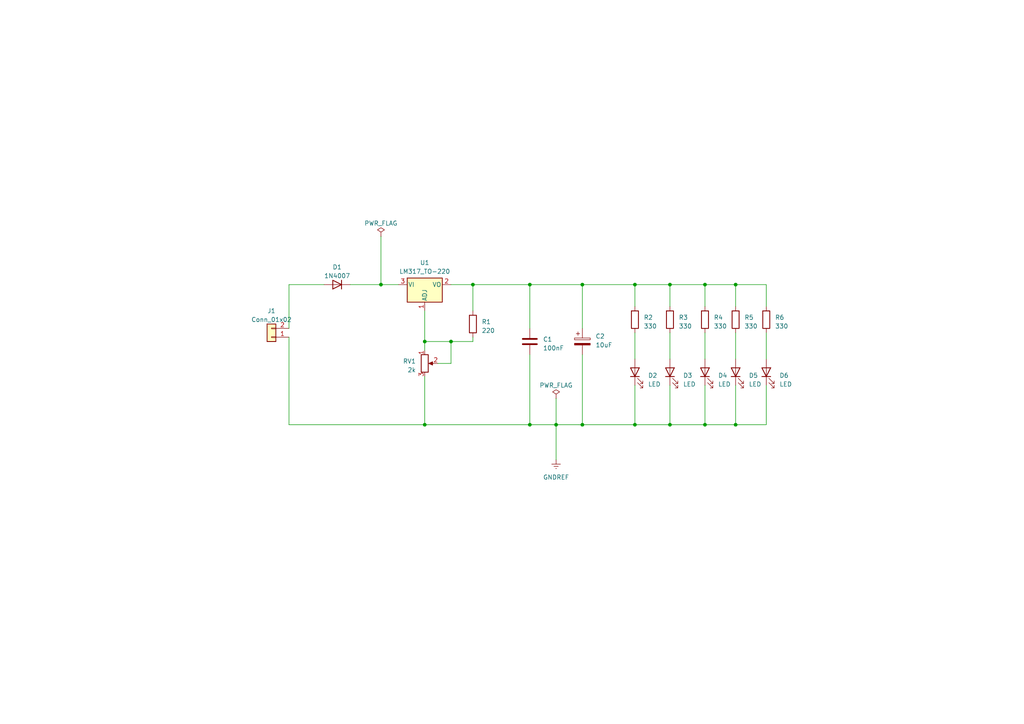
<source format=kicad_sch>
(kicad_sch (version 20230121) (generator eeschema)
  (paper "A4")
  (title_block (title "Projeto Luminária Projetos Eletrônicos") (company "Rodrigo e Juno"))
  (lib_symbols
    (symbol "Connector_Generic:Conn_01x02" (pin_names (offset 1.016) hide)
      (property "Reference" "J" (at 0 2.54 0))
      (property "Value" "Conn_01x02" (at 0 -5.08 0))
      (symbol "Conn_01x02_1_1"
        (rectangle (start -1.27 -2.413) (end 0 -2.667) (stroke (width 0.1524)))
        (rectangle (start -1.27 0.127) (end 0 -0.127) (stroke (width 0.1524)))
        (rectangle (start -1.27 1.27) (end 1.27 -3.81) (stroke (width 0.254)) (fill (type background)))
        (pin passive line (at -5.08 0 0) (length 3.81) (name "Pin_1") (number "1"))
        (pin passive line (at -5.08 -2.54 0) (length 3.81) (name "Pin_2") (number "2"))
      )
    )
    (symbol "Device:C" (pin_numbers hide) (pin_names (offset 0.254))
      (property "Reference" "C" (at 0.635 2.54 0))
      (property "Value" "C" (at 0.635 -2.54 0))
      (symbol "C_0_1"
        (polyline (pts (xy -2.032 -0.762) (xy 2.032 -0.762)) (stroke (width 0.508)))
        (polyline (pts (xy -2.032 0.762) (xy 2.032 0.762)) (stroke (width 0.508)))
      )
      (symbol "C_1_1"
        (pin passive line (at 0 3.81 270) (length 2.794) (name "~") (number "1"))
        (pin passive line (at 0 -3.81 90) (length 2.794) (name "~") (number "2"))
      )
    )
    (symbol "Device:C_Polarized" (pin_numbers hide) (pin_names (offset 0.254))
      (property "Reference" "C" (at 0.635 2.54 0))
      (property "Value" "C_Polarized" (at 0.635 -2.54 0))
      (symbol "C_Polarized_0_1"
        (rectangle (start -2.286 0.508) (end 2.286 1.016))
        (polyline (pts (xy -1.778 2.286) (xy -0.762 2.286)))
        (polyline (pts (xy -1.27 2.794) (xy -1.27 1.778)))
        (rectangle (start 2.286 -0.508) (end -2.286 -1.016) (fill (type outline)))
      )
      (symbol "C_Polarized_1_1"
        (pin passive line (at 0 3.81 270) (length 2.794) (name "~") (number "1"))
        (pin passive line (at 0 -3.81 90) (length 2.794) (name "~") (number "2"))
      )
    )
    (symbol "Device:LED" (pin_numbers hide) (pin_names (offset 1.016) hide)
      (property "Reference" "D" (at 0 2.54 0))
      (property "Value" "LED" (at 0 -2.54 0))
      (symbol "LED_0_1"
        (polyline (pts (xy -1.27 -1.27) (xy -1.27 1.27)) (stroke (width 0.254)))
        (polyline (pts (xy -1.27 0) (xy 1.27 0)))
        (polyline (pts (xy 1.27 -1.27) (xy 1.27 1.27) (xy -1.27 0) (xy 1.27 -1.27)) (stroke (width 0.254)))
        (polyline (pts (xy -3.048 -0.762) (xy -4.572 -2.286) (xy -3.81 -2.286) (xy -4.572 -2.286) (xy -4.572 -1.524)))
        (polyline (pts (xy -1.778 -0.762) (xy -3.302 -2.286) (xy -2.54 -2.286) (xy -3.302 -2.286) (xy -3.302 -1.524)))
      )
      (symbol "LED_1_1"
        (pin passive line (at -3.81 0 0) (length 2.54) (name "K") (number "1"))
        (pin passive line (at 3.81 0 180) (length 2.54) (name "A") (number "2"))
      )
    )
    (symbol "Device:R" (pin_numbers hide) (pin_names (offset 0))
      (property "Reference" "R" (at 2.032 0 90))
      (property "Value" "R" (at 0 0 90))
      (symbol "R_0_1"
        (rectangle (start -1.016 -2.54) (end 1.016 2.54) (stroke (width 0.254)))
      )
      (symbol "R_1_1"
        (pin passive line (at 0 3.81 270) (length 1.27) (name "~") (number "1"))
        (pin passive line (at 0 -3.81 90) (length 1.27) (name "~") (number "2"))
      )
    )
    (symbol "Device:R_Potentiometer" (pin_names (offset 1.016) hide)
      (property "Reference" "RV" (at -4.445 0 90))
      (property "Value" "R_Potentiometer" (at -2.54 0 90))
      (symbol "R_Potentiometer_0_1"
        (polyline (pts (xy 2.54 0) (xy 1.524 0)))
        (polyline (pts (xy 1.143 0) (xy 2.286 0.508) (xy 2.286 -0.508) (xy 1.143 0)) (fill (type outline)))
        (rectangle (start 1.016 2.54) (end -1.016 -2.54) (stroke (width 0.254)))
      )
      (symbol "R_Potentiometer_1_1"
        (pin passive line (at 0 3.81 270) (length 1.27) (name "1") (number "1"))
        (pin passive line (at 3.81 0 180) (length 1.27) (name "2") (number "2"))
        (pin passive line (at 0 -3.81 90) (length 1.27) (name "3") (number "3"))
      )
    )
    (symbol "Diode:1N4007" (pin_numbers hide) (pin_names hide)
      (property "Reference" "D" (at 0 2.54 0))
      (property "Value" "1N4007" (at 0 -2.54 0))
      (symbol "1N4007_0_1"
        (polyline (pts (xy -1.27 1.27) (xy -1.27 -1.27)) (stroke (width 0.254)))
        (polyline (pts (xy 1.27 0) (xy -1.27 0)))
        (polyline (pts (xy 1.27 1.27) (xy 1.27 -1.27) (xy -1.27 0) (xy 1.27 1.27)) (stroke (width 0.254)))
      )
      (symbol "1N4007_1_1"
        (pin passive line (at -3.81 0 0) (length 2.54) (name "K") (number "1"))
        (pin passive line (at 3.81 0 180) (length 2.54) (name "A") (number "2"))
      )
    )
    (symbol "Regulator_Linear:LM317_TO-220" (pin_names (offset 0.254))
      (property "Reference" "U" (at -3.81 3.175 0))
      (property "Value" "LM317_TO-220" (at 0 3.175 0))
      (symbol "LM317_TO-220_0_1"
        (rectangle (start -5.08 1.905) (end 5.08 -5.08) (stroke (width 0.254)) (fill (type background)))
      )
      (symbol "LM317_TO-220_1_1"
        (pin input line (at 0 -7.62 90) (length 2.54) (name "ADJ") (number "1"))
        (pin power_out line (at 7.62 0 180) (length 2.54) (name "VO") (number "2"))
        (pin power_in line (at -7.62 0 0) (length 2.54) (name "VI") (number "3"))
      )
    )
    (symbol "power:GNDREF" (power) (pin_names (offset 0))
      (property "Value" "GNDREF" (at 0 -3.81 0))
      (symbol "GNDREF_0_1"
        (polyline (pts (xy -0.635 -1.905) (xy 0.635 -1.905)))
        (polyline (pts (xy -0.127 -2.54) (xy 0.127 -2.54)))
        (polyline (pts (xy 0 -1.27) (xy 0 0)))
        (polyline (pts (xy 1.27 -1.27) (xy -1.27 -1.27)))
      )
      (symbol "GNDREF_1_1"
        (pin power_in line (at 0 0 270) (length 0) hide (name "GNDREF") (number "1"))
      )
    )
    (symbol "power:PWR_FLAG" (power) (pin_numbers hide) (pin_names (offset 0) hide)
      (property "Value" "PWR_FLAG" (at 0 3.81 0))
      (symbol "PWR_FLAG_0_0"
        (pin power_out line (at 0 0 90) (length 0) (name "pwr") (number "1"))
      )
      (symbol "PWR_FLAG_0_1"
        (polyline (pts (xy 0 0) (xy 0 1.27) (xy -1.016 1.905) (xy 0 2.54) (xy 1.016 1.905) (xy 0 1.27)))
      )
    )
  )
  (junction (at 184.15 123.19))
  (junction (at 161.29 123.19))
  (junction (at 184.15 82.55))
  (junction (at 110.49 82.55))
  (junction (at 213.36 123.19))
  (junction (at 194.31 123.19))
  (junction (at 123.19 123.19))
  (junction (at 123.19 99.06))
  (junction (at 130.81 99.06))
  (junction (at 168.91 82.55))
  (junction (at 153.67 82.55))
  (junction (at 204.47 82.55))
  (junction (at 153.67 123.19))
  (junction (at 168.91 123.19))
  (junction (at 204.47 123.19))
  (junction (at 137.16 82.55))
  (junction (at 194.31 82.55))
  (junction (at 213.36 82.55))
  (wire (pts (xy 184.15 96.52) (xy 184.15 104.14)))
  (wire (pts (xy 194.31 123.19) (xy 184.15 123.19)))
  (wire (pts (xy 168.91 123.19) (xy 161.29 123.19)))
  (wire (pts (xy 153.67 82.55) (xy 153.67 95.25)))
  (wire (pts (xy 194.31 96.52) (xy 194.31 104.14)))
  (wire (pts (xy 222.25 82.55) (xy 222.25 88.9)))
  (wire (pts (xy 127 105.41) (xy 130.81 105.41)))
  (wire (pts (xy 213.36 111.76) (xy 213.36 123.19)))
  (wire (pts (xy 204.47 82.55) (xy 204.47 88.9)))
  (wire (pts (xy 184.15 82.55) (xy 184.15 88.9)))
  (wire (pts (xy 194.31 82.55) (xy 204.47 82.55)))
  (wire (pts (xy 123.19 90.17) (xy 123.19 99.06)))
  (wire (pts (xy 204.47 96.52) (xy 204.47 104.14)))
  (wire (pts (xy 213.36 82.55) (xy 222.25 82.55)))
  (wire (pts (xy 184.15 82.55) (xy 194.31 82.55)))
  (wire (pts (xy 83.82 123.19) (xy 83.82 97.79)))
  (wire (pts (xy 137.16 97.79) (xy 137.16 99.06)))
  (wire (pts (xy 123.19 99.06) (xy 123.19 101.6)))
  (wire (pts (xy 130.81 99.06) (xy 137.16 99.06)))
  (wire (pts (xy 101.6 82.55) (xy 110.49 82.55)))
  (wire (pts (xy 83.82 82.55) (xy 93.98 82.55)))
  (wire (pts (xy 184.15 111.76) (xy 184.15 123.19)))
  (wire (pts (xy 213.36 96.52) (xy 213.36 104.14)))
  (wire (pts (xy 110.49 68.58) (xy 110.49 82.55)))
  (wire (pts (xy 213.36 123.19) (xy 204.47 123.19)))
  (wire (pts (xy 222.25 96.52) (xy 222.25 104.14)))
  (wire (pts (xy 222.25 123.19) (xy 213.36 123.19)))
  (wire (pts (xy 168.91 102.87) (xy 168.91 123.19)))
  (wire (pts (xy 204.47 82.55) (xy 213.36 82.55)))
  (wire (pts (xy 153.67 82.55) (xy 168.91 82.55)))
  (wire (pts (xy 161.29 123.19) (xy 153.67 123.19)))
  (wire (pts (xy 222.25 111.76) (xy 222.25 123.19)))
  (wire (pts (xy 153.67 102.87) (xy 153.67 123.19)))
  (wire (pts (xy 83.82 123.19) (xy 123.19 123.19)))
  (wire (pts (xy 168.91 82.55) (xy 168.91 95.25)))
  (wire (pts (xy 137.16 82.55) (xy 137.16 90.17)))
  (wire (pts (xy 204.47 111.76) (xy 204.47 123.19)))
  (wire (pts (xy 123.19 123.19) (xy 153.67 123.19)))
  (wire (pts (xy 130.81 105.41) (xy 130.81 99.06)))
  (wire (pts (xy 194.31 111.76) (xy 194.31 123.19)))
  (wire (pts (xy 204.47 123.19) (xy 194.31 123.19)))
  (wire (pts (xy 161.29 115.57) (xy 161.29 123.19)))
  (wire (pts (xy 213.36 82.55) (xy 213.36 88.9)))
  (wire (pts (xy 194.31 82.55) (xy 194.31 88.9)))
  (wire (pts (xy 123.19 109.22) (xy 123.19 123.19)))
  (wire (pts (xy 130.81 82.55) (xy 137.16 82.55)))
  (wire (pts (xy 184.15 123.19) (xy 168.91 123.19)))
  (wire (pts (xy 83.82 95.25) (xy 83.82 82.55)))
  (wire (pts (xy 123.19 99.06) (xy 130.81 99.06)))
  (wire (pts (xy 168.91 82.55) (xy 184.15 82.55)))
  (wire (pts (xy 110.49 82.55) (xy 115.57 82.55)))
  (wire (pts (xy 161.29 123.19) (xy 161.29 133.35)))
  (wire (pts (xy 137.16 82.55) (xy 153.67 82.55)))
  (symbol (lib_id "power:PWR_FLAG") (at 110.49 68.58 0) (unit 1)
    (property "Reference" "#FLG01" (effects hide))
    (property "Value" "PWR_FLAG" (at 110.49 64.77 0))
  )
  (symbol (lib_id "Device:C") (at 153.67 99.06 0) (unit 1)
    (property "Reference" "C1" (at 157.48 98.425 0) (effects (justify left)))
    (property "Value" "100nF" (at 157.48 100.965 0) (effects (justify left)))
    (property "Footprint" "Capacitor_THT:C_Disc_D5.0mm_W2.5mm_P2.50mm" (effects hide))
  )
  (symbol (lib_id "power:GNDREF") (at 161.29 133.35 0) (unit 1)
    (property "Reference" "#PWR01" (effects hide))
    (property "Value" "GNDREF" (at 161.29 138.43 0))
  )
  (symbol (lib_id "Device:LED") (at 222.25 107.95 90) (unit 1)
    (property "Reference" "D6" (at 226.06 108.9025 90) (effects (justify right)))
    (property "Value" "LED" (at 226.06 111.4425 90) (effects (justify right)))
    (property "Footprint" "LED_THT:LED_D5.0mm" (effects hide))
  )
  (symbol (lib_id "Device:R") (at 213.36 92.71 0) (unit 1)
    (property "Reference" "R5" (at 215.9 92.075 0) (effects (justify left)))
    (property "Value" "330" (at 215.9 94.615 0) (effects (justify left)))
    (property "Footprint" "Resistor_THT:R_Axial_DIN0207_L6.3mm_D2.5mm_P7.62mm_Horizontal" (effects hide))
  )
  (symbol (lib_id "Device:R") (at 184.15 92.71 0) (unit 1)
    (property "Reference" "R2" (at 186.69 92.075 0) (effects (justify left)))
    (property "Value" "330" (at 186.69 94.615 0) (effects (justify left)))
    (property "Footprint" "Resistor_THT:R_Axial_DIN0207_L6.3mm_D2.5mm_P7.62mm_Horizontal" (effects hide))
  )
  (symbol (lib_id "Device:C_Polarized") (at 168.91 99.06 0) (unit 1)
    (property "Reference" "C2" (at 172.72 97.536 0) (effects (justify left)))
    (property "Value" "10uF" (at 172.72 100.076 0) (effects (justify left)))
    (property "Footprint" "Capacitor_THT:CP_Radial_D5.0mm_P2.50mm" (effects hide))
  )
  (symbol (lib_id "Connector_Generic:Conn_01x02") (at 78.74 97.79 180) (unit 1)
    (property "Reference" "J1" (at 78.74 90.17 0))
    (property "Value" "Conn_01x02" (at 78.74 92.71 0))
    (property "Footprint" "TerminalBlock:TerminalBlock_bornier-2_P5.08mm" (effects hide))
  )
  (symbol (lib_id "Device:R") (at 194.31 92.71 0) (unit 1)
    (property "Reference" "R3" (at 196.85 92.075 0) (effects (justify left)))
    (property "Value" "330" (at 196.85 94.615 0) (effects (justify left)))
    (property "Footprint" "Resistor_THT:R_Axial_DIN0207_L6.3mm_D2.5mm_P7.62mm_Horizontal" (effects hide))
  )
  (symbol (lib_id "Device:LED") (at 194.31 107.95 90) (unit 1)
    (property "Reference" "D3" (at 198.12 108.9025 90) (effects (justify right)))
    (property "Value" "LED" (at 198.12 111.4425 90) (effects (justify right)))
    (property "Footprint" "LED_THT:LED_D5.0mm" (effects hide))
  )
  (symbol (lib_id "Device:R") (at 222.25 92.71 0) (unit 1)
    (property "Reference" "R6" (at 224.79 92.075 0) (effects (justify left)))
    (property "Value" "330" (at 224.79 94.615 0) (effects (justify left)))
    (property "Footprint" "Resistor_THT:R_Axial_DIN0207_L6.3mm_D2.5mm_P7.62mm_Horizontal" (effects hide))
  )
  (symbol (lib_id "Device:LED") (at 213.36 107.95 90) (unit 1)
    (property "Reference" "D5" (at 217.17 108.9025 90) (effects (justify right)))
    (property "Value" "LED" (at 217.17 111.4425 90) (effects (justify right)))
    (property "Footprint" "LED_THT:LED_D5.0mm" (effects hide))
  )
  (symbol (lib_id "Device:R") (at 137.16 93.98 0) (unit 1)
    (property "Reference" "R1" (at 139.7 93.345 0) (effects (justify left)))
    (property "Value" "220" (at 139.7 95.885 0) (effects (justify left)))
    (property "Footprint" "Resistor_THT:R_Axial_DIN0207_L6.3mm_D2.5mm_P7.62mm_Horizontal" (effects hide))
  )
  (symbol (lib_id "Device:R_Potentiometer") (at 123.19 105.41 0) (unit 1)
    (property "Reference" "RV1" (at 120.65 104.775 0) (effects (justify right)))
    (property "Value" "2k" (at 120.65 107.315 0) (effects (justify right)))
    (property "Footprint" "Potentiometer_THT:Potentiometer_Piher_PC-16_Single_Horizontal" (effects hide))
  )
  (symbol (lib_id "Device:R") (at 204.47 92.71 0) (unit 1)
    (property "Reference" "R4" (at 207.01 92.075 0) (effects (justify left)))
    (property "Value" "330" (at 207.01 94.615 0) (effects (justify left)))
    (property "Footprint" "Resistor_THT:R_Axial_DIN0207_L6.3mm_D2.5mm_P7.62mm_Horizontal" (effects hide))
  )
  (symbol (lib_id "Device:LED") (at 184.15 107.95 90) (unit 1)
    (property "Reference" "D2" (at 187.96 108.9025 90) (effects (justify right)))
    (property "Value" "LED" (at 187.96 111.4425 90) (effects (justify right)))
    (property "Footprint" "LED_THT:LED_D5.0mm" (effects hide))
  )
  (symbol (lib_id "Diode:1N4007") (at 97.79 82.55 180) (unit 1)
    (property "Reference" "D1" (at 97.79 77.47 0))
    (property "Value" "1N4007" (at 97.79 80.01 0))
    (property "Footprint" "Diode_THT:D_DO-41_SOD81_P10.16mm_Horizontal" (effects hide))
    (property "Datasheet" "http://www.vishay.com/docs/88503/1n4001.pdf" (effects hide))
    (property "Sim.Device" "D" (effects hide))
    (property "Sim.Pins" "1=K 2=A" (effects hide))
  )
  (symbol (lib_id "Regulator_Linear:LM317_TO-220") (at 123.19 82.55 0) (unit 1)
    (property "Reference" "U1" (at 123.19 76.2 0))
    (property "Value" "LM317_TO-220" (at 123.19 78.74 0))
    (property "Footprint" "Package_TO_SOT_THT:TO-220-3_Vertical" (effects hide))
    (property "Datasheet" "http://www.ti.com/lit/ds/symlink/lm317.pdf" (effects hide))
  )
  (symbol (lib_id "Device:LED") (at 204.47 107.95 90) (unit 1)
    (property "Reference" "D4" (at 208.28 108.9025 90) (effects (justify right)))
    (property "Value" "LED" (at 208.28 111.4425 90) (effects (justify right)))
    (property "Footprint" "LED_THT:LED_D5.0mm" (effects hide))
  )
  (symbol (lib_id "power:PWR_FLAG") (at 161.29 115.57 0) (unit 1)
    (property "Reference" "#FLG02" (effects hide))
    (property "Value" "PWR_FLAG" (at 161.29 111.76 0))
  )
)
</source>
